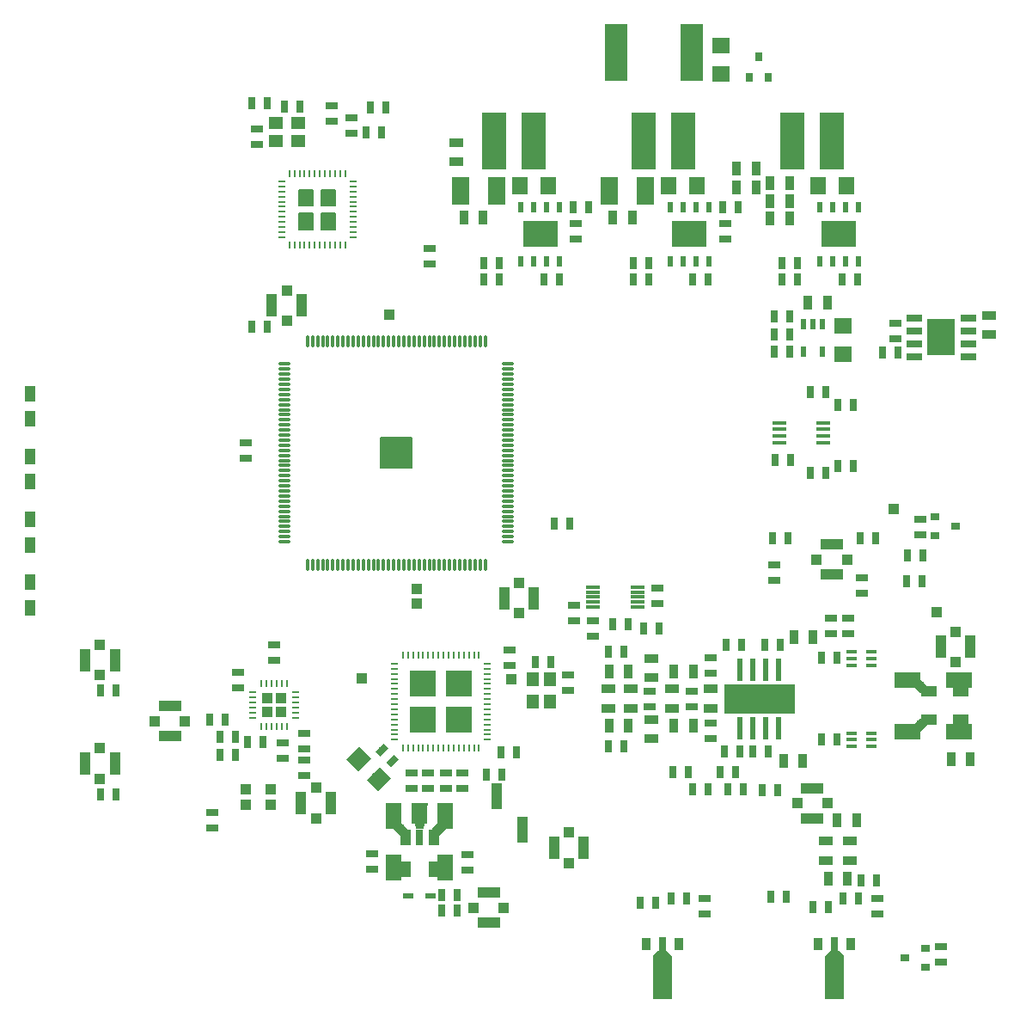
<source format=gbr>
G04 #@! TF.GenerationSoftware,KiCad,Pcbnew,5.0.2-bee76a0~70~ubuntu16.04.1*
G04 #@! TF.CreationDate,2019-02-23T19:03:37-08:00*
G04 #@! TF.ProjectId,hermeslite,6865726d-6573-46c6-9974-652e6b696361,2.0-build8*
G04 #@! TF.SameCoordinates,PX42c1d80PY2625a00*
G04 #@! TF.FileFunction,Paste,Top*
G04 #@! TF.FilePolarity,Positive*
%FSLAX46Y46*%
G04 Gerber Fmt 4.6, Leading zero omitted, Abs format (unit mm)*
G04 Created by KiCad (PCBNEW 5.0.2-bee76a0~70~ubuntu16.04.1) date Sat 23 Feb 2019 07:03:37 PM PST*
%MOMM*%
%LPD*%
G01*
G04 APERTURE LIST*
%ADD10C,0.150000*%
%ADD11R,0.250000X0.800000*%
%ADD12R,0.800000X0.250000*%
%ADD13R,1.900000X4.280000*%
%ADD14C,0.525000*%
%ADD15C,0.100000*%
%ADD16R,0.700000X1.400000*%
%ADD17R,0.900000X1.250000*%
%ADD18O,0.280000X1.200000*%
%ADD19O,1.200000X0.280000*%
%ADD20R,1.143000X0.635000*%
%ADD21R,1.000000X1.000000*%
%ADD22R,2.500000X2.500000*%
%ADD23R,0.600000X2.200000*%
%ADD24R,7.000000X2.940000*%
%ADD25R,0.510000X1.100000*%
%ADD26R,3.500000X2.600000*%
%ADD27R,0.635000X1.143000*%
%ADD28R,1.350000X0.400000*%
%ADD29R,1.397000X0.889000*%
%ADD30R,2.400000X5.700000*%
%ADD31R,1.600000X1.800000*%
%ADD32R,0.889000X1.397000*%
%ADD33R,2.300000X5.600000*%
%ADD34R,1.000000X0.400000*%
%ADD35R,1.200000X1.400000*%
%ADD36C,0.635000*%
%ADD37R,1.778000X2.794000*%
%ADD38R,1.500000X0.650000*%
%ADD39R,2.700000X3.600000*%
%ADD40R,0.800000X0.900000*%
%ADD41R,0.900000X0.800000*%
%ADD42R,1.800000X1.600000*%
%ADD43R,1.400000X0.300000*%
%ADD44R,0.600000X1.050000*%
%ADD45C,1.600000*%
%ADD46R,1.650000X2.540000*%
%ADD47C,1.191446*%
%ADD48R,1.015000X1.650000*%
%ADD49R,0.760000X1.650000*%
%ADD50C,1.000000*%
%ADD51R,1.650000X2.000000*%
%ADD52R,2.540000X1.650000*%
%ADD53R,1.650000X1.015000*%
%ADD54R,1.400000X1.200000*%
%ADD55R,1.000760X0.599440*%
%ADD56R,1.100000X1.600000*%
%ADD57R,1.050000X2.200000*%
%ADD58R,2.200000X1.050000*%
%ADD59R,1.000000X2.510000*%
%ADD60R,1.080000X1.040000*%
G04 APERTURE END LIST*
D10*
G04 #@! TO.C,U4*
G36*
X29716525Y-21715000D02*
X29716525Y-23315000D01*
X31116525Y-23315000D01*
X31116525Y-21715000D01*
X29716525Y-21715000D01*
G37*
X29716525Y-21715000D02*
X29716525Y-23315000D01*
X31116525Y-23315000D01*
X31116525Y-21715000D01*
X29716525Y-21715000D01*
G36*
X27516525Y-23315000D02*
X27516525Y-21715000D01*
X28916525Y-21715000D01*
X28916525Y-23315000D01*
X27516525Y-23315000D01*
G37*
X27516525Y-23315000D02*
X27516525Y-21715000D01*
X28916525Y-21715000D01*
X28916525Y-23315000D01*
X27516525Y-23315000D01*
G36*
X31116525Y-19415000D02*
X31116525Y-20915000D01*
X29716525Y-20915000D01*
X29716525Y-19415000D01*
X31116525Y-19415000D01*
G37*
X31116525Y-19415000D02*
X31116525Y-20915000D01*
X29716525Y-20915000D01*
X29716525Y-19415000D01*
X31116525Y-19415000D01*
G36*
X27516525Y-19415000D02*
X27516525Y-20915000D01*
X28916525Y-20915000D01*
X28916525Y-19415000D01*
X27516525Y-19415000D01*
G37*
X27516525Y-19415000D02*
X27516525Y-20915000D01*
X28916525Y-20915000D01*
X28916525Y-19415000D01*
X27516525Y-19415000D01*
G04 #@! TO.C,U2*
G36*
X35600000Y-46800000D02*
X35600000Y-43800000D01*
X38600000Y-43800000D01*
X38600000Y-46800000D01*
X35600000Y-46800000D01*
G37*
X35600000Y-46800000D02*
X35600000Y-43800000D01*
X38600000Y-43800000D01*
X38600000Y-46800000D01*
X35600000Y-46800000D01*
G04 #@! TD*
D11*
G04 #@! TO.C,U4*
X26566525Y-17815000D03*
X27066525Y-17815000D03*
X27566525Y-17815000D03*
X28066525Y-17815000D03*
X28566525Y-17815000D03*
X29066525Y-17815000D03*
X29566525Y-17815000D03*
X30066525Y-17815000D03*
X30566525Y-17815000D03*
X31066525Y-17815000D03*
X31566525Y-17815000D03*
X32066525Y-17815000D03*
D12*
X32816525Y-18565000D03*
X32816525Y-19065000D03*
X32816525Y-19565000D03*
X32816525Y-20065000D03*
X32816525Y-20565000D03*
X32816525Y-21065000D03*
X32816525Y-21565000D03*
X32816525Y-22065000D03*
X32816525Y-22565000D03*
X32816525Y-23065000D03*
X32816525Y-23565000D03*
X32816525Y-24065000D03*
D11*
X32066525Y-24815000D03*
X31566525Y-24815000D03*
X31066525Y-24815000D03*
X30566525Y-24815000D03*
X30066525Y-24815000D03*
X29566525Y-24815000D03*
X29066525Y-24815000D03*
X28566525Y-24815000D03*
X28066525Y-24815000D03*
X27566525Y-24815000D03*
X27066525Y-24815000D03*
X26566525Y-24815000D03*
D12*
X25816525Y-24065000D03*
X25816525Y-23565000D03*
X25816525Y-23065000D03*
X25816525Y-22565000D03*
X25816525Y-22065000D03*
X25816525Y-21565000D03*
X25816525Y-21065000D03*
X25816525Y-20565000D03*
X25816525Y-20065000D03*
X25816525Y-19565000D03*
X25816525Y-19065000D03*
X25816525Y-18565000D03*
G04 #@! TD*
D13*
G04 #@! TO.C,Q3*
X80300000Y-97000000D03*
D14*
X80300000Y-94600000D03*
D15*
G36*
X79350000Y-94862500D02*
X79875000Y-94337500D01*
X80725000Y-94337500D01*
X81250000Y-94862500D01*
X79350000Y-94862500D01*
X79350000Y-94862500D01*
G37*
D16*
X80300000Y-93700000D03*
D17*
X81900000Y-93700000D03*
X78700000Y-93700000D03*
G04 #@! TD*
D13*
G04 #@! TO.C,Q4*
X63300000Y-97000000D03*
D14*
X63300000Y-94600000D03*
D15*
G36*
X62350000Y-94862500D02*
X62875000Y-94337500D01*
X63725000Y-94337500D01*
X64250000Y-94862500D01*
X62350000Y-94862500D01*
X62350000Y-94862500D01*
G37*
D16*
X63300000Y-93700000D03*
D17*
X64900000Y-93700000D03*
X61700000Y-93700000D03*
G04 #@! TD*
D18*
G04 #@! TO.C,U2*
X45850000Y-56300000D03*
X45350000Y-56300000D03*
X44850000Y-56300000D03*
X44350000Y-56300000D03*
X43850000Y-56300000D03*
X43350000Y-56300000D03*
X42850000Y-56300000D03*
X42350000Y-56300000D03*
X41850000Y-56300000D03*
X41350000Y-56300000D03*
X40850000Y-56300000D03*
X40350000Y-56300000D03*
X39850000Y-56300000D03*
X39350000Y-56300000D03*
X38850000Y-56300000D03*
X38350000Y-56300000D03*
X37850000Y-56300000D03*
X37350000Y-56300000D03*
X36850000Y-56300000D03*
X36350000Y-56300000D03*
X35850000Y-56300000D03*
X35350000Y-56300000D03*
X34850000Y-56300000D03*
X34350000Y-56300000D03*
X33850000Y-56300000D03*
X33350000Y-56300000D03*
X32850000Y-56300000D03*
X32350000Y-56300000D03*
X31850000Y-56300000D03*
X31350000Y-56300000D03*
X30850000Y-56300000D03*
X30350000Y-56300000D03*
X29850000Y-56300000D03*
X29350000Y-56300000D03*
X28850000Y-56300000D03*
X28350000Y-56300000D03*
D19*
X26100000Y-54050000D03*
X26100000Y-53550000D03*
X26100000Y-53050000D03*
X26100000Y-52550000D03*
X26100000Y-52050000D03*
X26100000Y-51550000D03*
X26100000Y-51050000D03*
X26100000Y-50550000D03*
X26100000Y-50050000D03*
X26100000Y-49550000D03*
X26100000Y-49050000D03*
X26100000Y-48550000D03*
X26100000Y-48050000D03*
X26100000Y-47550000D03*
X26100000Y-47050000D03*
X26100000Y-46550000D03*
X26100000Y-46050000D03*
X26100000Y-45550000D03*
X26100000Y-45050000D03*
X26100000Y-44550000D03*
X26100000Y-44050000D03*
X26100000Y-43550000D03*
X26100000Y-43050000D03*
X26100000Y-42550000D03*
X26100000Y-42050000D03*
X26100000Y-41550000D03*
X26100000Y-41050000D03*
X26100000Y-40550000D03*
X26100000Y-40050000D03*
X26100000Y-39550000D03*
X26100000Y-39050000D03*
X26100000Y-38550000D03*
X26100000Y-38050000D03*
X26100000Y-37550000D03*
X26100000Y-37050000D03*
X26100000Y-36550000D03*
D18*
X28350000Y-34300000D03*
X28850000Y-34300000D03*
X29350000Y-34300000D03*
X29850000Y-34300000D03*
X30350000Y-34300000D03*
X30850000Y-34300000D03*
X31350000Y-34300000D03*
X31850000Y-34300000D03*
X32350000Y-34300000D03*
X32850000Y-34300000D03*
X33350000Y-34300000D03*
X33850000Y-34300000D03*
X34350000Y-34300000D03*
X34850000Y-34300000D03*
X35350000Y-34300000D03*
X35850000Y-34300000D03*
X36350000Y-34300000D03*
X36850000Y-34300000D03*
X37350000Y-34300000D03*
X37850000Y-34300000D03*
X38350000Y-34300000D03*
X38850000Y-34300000D03*
X39350000Y-34300000D03*
X39850000Y-34300000D03*
X40350000Y-34300000D03*
X40850000Y-34300000D03*
X41350000Y-34300000D03*
X41850000Y-34300000D03*
X42350000Y-34300000D03*
X42850000Y-34300000D03*
X43350000Y-34300000D03*
X43850000Y-34300000D03*
X44350000Y-34300000D03*
X44850000Y-34300000D03*
X45350000Y-34300000D03*
X45850000Y-34300000D03*
D19*
X48100000Y-36550000D03*
X48100000Y-37050000D03*
X48100000Y-37550000D03*
X48100000Y-38050000D03*
X48100000Y-38550000D03*
X48100000Y-39050000D03*
X48100000Y-39550000D03*
X48100000Y-40050000D03*
X48100000Y-40550000D03*
X48100000Y-41050000D03*
X48100000Y-41550000D03*
X48100000Y-42050000D03*
X48100000Y-42550000D03*
X48100000Y-43050000D03*
X48100000Y-43550000D03*
X48100000Y-44050000D03*
X48100000Y-44550000D03*
X48100000Y-45050000D03*
X48100000Y-45550000D03*
X48100000Y-46050000D03*
X48100000Y-46550000D03*
X48100000Y-47050000D03*
X48100000Y-47550000D03*
X48100000Y-48050000D03*
X48100000Y-48550000D03*
X48100000Y-49050000D03*
X48100000Y-49550000D03*
X48100000Y-50050000D03*
X48100000Y-50550000D03*
X48100000Y-51050000D03*
X48100000Y-51550000D03*
X48100000Y-52050000D03*
X48100000Y-52550000D03*
X48100000Y-53050000D03*
X48100000Y-53550000D03*
X48100000Y-54050000D03*
G04 #@! TD*
D20*
G04 #@! TO.C,R45*
X25100000Y-64238000D03*
X25100000Y-65762000D03*
G04 #@! TD*
D21*
G04 #@! TO.C,U6*
X25755000Y-69420715D03*
X25755000Y-70820715D03*
X24355000Y-69420715D03*
D11*
X23805000Y-72220715D03*
X24305000Y-72220715D03*
X24805000Y-72220715D03*
X25305000Y-72220715D03*
X25805000Y-72220715D03*
X26305000Y-72220715D03*
D12*
X27155000Y-71370715D03*
X27155000Y-70870715D03*
X27155000Y-70370715D03*
X27155000Y-69870715D03*
X27155000Y-69370715D03*
X27155000Y-68870715D03*
D11*
X26305000Y-68020715D03*
X25805000Y-68020715D03*
X25305000Y-68020715D03*
X24805000Y-68020715D03*
X24305000Y-68020715D03*
X23805000Y-68020715D03*
D12*
X22955000Y-68870715D03*
X22955000Y-69370715D03*
X22955000Y-69870715D03*
X22955000Y-70370715D03*
X22955000Y-70870715D03*
X22955000Y-71370715D03*
D21*
X24355000Y-70820715D03*
G04 #@! TD*
D22*
G04 #@! TO.C,U7*
X43250000Y-71550000D03*
X39750000Y-71550000D03*
X39750000Y-68050000D03*
D11*
X45250000Y-65200000D03*
X44750000Y-65200000D03*
X44250000Y-65200000D03*
X43750000Y-65200000D03*
X43250000Y-65200000D03*
X42750000Y-65200000D03*
X42250000Y-65200000D03*
X41750000Y-65200000D03*
X41250000Y-65200000D03*
X40750000Y-65200000D03*
X40250000Y-65200000D03*
X39750000Y-65200000D03*
X39250000Y-65200000D03*
X38750000Y-65200000D03*
X38250000Y-65200000D03*
X37750000Y-65200000D03*
D12*
X36900000Y-66050000D03*
X36900000Y-66550000D03*
X36900000Y-67050000D03*
X36900000Y-67550000D03*
X36900000Y-68050000D03*
X36900000Y-68550000D03*
X36900000Y-69050000D03*
X36900000Y-69550000D03*
X36900000Y-70050000D03*
X36900000Y-70550000D03*
X36900000Y-71050000D03*
X36900000Y-71550000D03*
X36900000Y-72050000D03*
X36900000Y-72550000D03*
X36900000Y-73050000D03*
X36900000Y-73550000D03*
D11*
X37750000Y-74400000D03*
X38250000Y-74400000D03*
X38750000Y-74400000D03*
X39250000Y-74400000D03*
X39750000Y-74400000D03*
X40250000Y-74400000D03*
X40750000Y-74400000D03*
X41250000Y-74400000D03*
X41750000Y-74400000D03*
X42250000Y-74400000D03*
X42750000Y-74400000D03*
X43250000Y-74400000D03*
X43750000Y-74400000D03*
X44250000Y-74400000D03*
X44750000Y-74400000D03*
X45250000Y-74400000D03*
D12*
X46100000Y-73550000D03*
X46100000Y-73050000D03*
X46100000Y-72550000D03*
X46100000Y-72050000D03*
X46100000Y-71550000D03*
X46100000Y-71050000D03*
X46100000Y-70550000D03*
X46100000Y-70050000D03*
X46100000Y-69550000D03*
X46100000Y-69050000D03*
X46100000Y-68550000D03*
X46100000Y-68050000D03*
X46100000Y-67550000D03*
X46100000Y-67050000D03*
X46100000Y-66550000D03*
X46100000Y-66050000D03*
D22*
X43250000Y-68050000D03*
G04 #@! TD*
D23*
G04 #@! TO.C,U9*
X74800000Y-66700000D03*
X73530000Y-66700000D03*
X72260000Y-66700000D03*
X70990000Y-66700000D03*
X70990000Y-72450000D03*
X72260000Y-72450000D03*
X73530000Y-72450000D03*
X74800000Y-72450000D03*
D24*
X72895000Y-69575000D03*
G04 #@! TD*
D25*
G04 #@! TO.C,U16*
X49395000Y-21100000D03*
X49395000Y-26400000D03*
X50665000Y-21100000D03*
X50665000Y-26400000D03*
X51935000Y-21100000D03*
X51935000Y-26400000D03*
X53205000Y-21100000D03*
X53205000Y-26400000D03*
D26*
X51300000Y-23750000D03*
G04 #@! TD*
D25*
G04 #@! TO.C,U3*
X64095000Y-21100000D03*
X64095000Y-26400000D03*
X65365000Y-21100000D03*
X65365000Y-26400000D03*
X66635000Y-21100000D03*
X66635000Y-26400000D03*
X67905000Y-21100000D03*
X67905000Y-26400000D03*
D26*
X66000000Y-23750000D03*
G04 #@! TD*
D25*
G04 #@! TO.C,U8*
X78795000Y-21100000D03*
X78795000Y-26400000D03*
X80065000Y-21100000D03*
X80065000Y-26400000D03*
X81335000Y-21100000D03*
X81335000Y-26400000D03*
X82605000Y-21100000D03*
X82605000Y-26400000D03*
D26*
X80700000Y-23750000D03*
G04 #@! TD*
D20*
G04 #@! TO.C,C80*
X74300000Y-56338000D03*
X74300000Y-57862000D03*
G04 #@! TD*
G04 #@! TO.C,C79*
X83000000Y-57638000D03*
X83000000Y-59162000D03*
G04 #@! TD*
D27*
G04 #@! TO.C,C47*
X87338000Y-57900000D03*
X88862000Y-57900000D03*
G04 #@! TD*
G04 #@! TO.C,C83*
X79462000Y-47300000D03*
X77938000Y-47300000D03*
G04 #@! TD*
G04 #@! TO.C,C82*
X79462000Y-39300000D03*
X77938000Y-39300000D03*
G04 #@! TD*
D28*
G04 #@! TO.C,U13*
X74850000Y-44275000D03*
X79150000Y-44275000D03*
X74850000Y-43625000D03*
X79150000Y-43625000D03*
X74850000Y-42975000D03*
X79150000Y-42975000D03*
X74850000Y-42325000D03*
X79150000Y-42325000D03*
G04 #@! TD*
D27*
G04 #@! TO.C,B94*
X74438000Y-46000000D03*
X75962000Y-46000000D03*
G04 #@! TD*
D20*
G04 #@! TO.C,B108*
X62800000Y-58638000D03*
X62800000Y-60162000D03*
G04 #@! TD*
G04 #@! TO.C,FB14*
X79900000Y-63062000D03*
X79900000Y-61538000D03*
G04 #@! TD*
G04 #@! TO.C,B66*
X81600000Y-61538000D03*
X81600000Y-63062000D03*
G04 #@! TD*
G04 #@! TO.C,R125*
X88700000Y-53362000D03*
X88700000Y-51838000D03*
G04 #@! TD*
D27*
G04 #@! TO.C,R102*
X85038000Y-35400000D03*
X86562000Y-35400000D03*
G04 #@! TD*
D20*
G04 #@! TO.C,R91*
X86300000Y-32538000D03*
X86300000Y-34062000D03*
G04 #@! TD*
D29*
G04 #@! TO.C,C46*
X95500000Y-31747500D03*
X95500000Y-33652500D03*
G04 #@! TD*
D27*
G04 #@! TO.C,FB15*
X74338000Y-31900000D03*
X75862000Y-31900000D03*
G04 #@! TD*
G04 #@! TO.C,R46*
X81038000Y-28200000D03*
X82562000Y-28200000D03*
G04 #@! TD*
G04 #@! TO.C,R19*
X75138000Y-26600000D03*
X76662000Y-26600000D03*
G04 #@! TD*
D30*
G04 #@! TO.C,L3*
X80050000Y-14600000D03*
X76150000Y-14600000D03*
G04 #@! TD*
D31*
G04 #@! TO.C,C33*
X81450000Y-19000000D03*
X78650000Y-19000000D03*
G04 #@! TD*
D32*
G04 #@! TO.C,C32*
X72552500Y-19200000D03*
X70647500Y-19200000D03*
G04 #@! TD*
G04 #@! TO.C,C31*
X72552500Y-17300000D03*
X70647500Y-17300000D03*
G04 #@! TD*
G04 #@! TO.C,C30*
X73947500Y-22200000D03*
X75852500Y-22200000D03*
G04 #@! TD*
G04 #@! TO.C,C29*
X73947500Y-20500000D03*
X75852500Y-20500000D03*
G04 #@! TD*
G04 #@! TO.C,C28*
X73947500Y-18700000D03*
X75852500Y-18700000D03*
G04 #@! TD*
D27*
G04 #@! TO.C,C27*
X75138000Y-28200000D03*
X76662000Y-28200000D03*
G04 #@! TD*
D33*
G04 #@! TO.C,F1*
X58800000Y-5900000D03*
X66200000Y-5900000D03*
G04 #@! TD*
D32*
G04 #@! TO.C,C81*
X91747500Y-75500000D03*
X93652500Y-75500000D03*
G04 #@! TD*
D34*
G04 #@! TO.C,U11*
X83900000Y-74200000D03*
X83900000Y-73550000D03*
X83900000Y-72900000D03*
X81950000Y-72900000D03*
X81950000Y-73550000D03*
X81950000Y-74200000D03*
G04 #@! TD*
G04 #@! TO.C,U10*
X83900000Y-66200000D03*
X83900000Y-65550000D03*
X83900000Y-64900000D03*
X81950000Y-64900000D03*
X81950000Y-65550000D03*
X81950000Y-66200000D03*
G04 #@! TD*
D32*
G04 #@! TO.C,R62*
X77152500Y-75600000D03*
X75247500Y-75600000D03*
G04 #@! TD*
G04 #@! TO.C,R52*
X78152500Y-63400000D03*
X76247500Y-63400000D03*
G04 #@! TD*
D27*
G04 #@! TO.C,B77*
X80562000Y-73500000D03*
X79038000Y-73500000D03*
G04 #@! TD*
G04 #@! TO.C,B70*
X80562000Y-65500000D03*
X79038000Y-65500000D03*
G04 #@! TD*
G04 #@! TO.C,B100*
X64338000Y-76700000D03*
X65862000Y-76700000D03*
G04 #@! TD*
G04 #@! TO.C,B99*
X84412000Y-87400000D03*
X82888000Y-87400000D03*
G04 #@! TD*
G04 #@! TO.C,B97*
X78138000Y-90000000D03*
X79662000Y-90000000D03*
G04 #@! TD*
D29*
G04 #@! TO.C,R100*
X79400000Y-85452500D03*
X79400000Y-83547500D03*
G04 #@! TD*
D32*
G04 #@! TO.C,R98*
X79647500Y-87200000D03*
X81552500Y-87200000D03*
G04 #@! TD*
G04 #@! TO.C,R97*
X80547500Y-81500000D03*
X82452500Y-81500000D03*
G04 #@! TD*
D29*
G04 #@! TO.C,R94*
X81800000Y-85452500D03*
X81800000Y-83547500D03*
G04 #@! TD*
D27*
G04 #@! TO.C,B106*
X74038000Y-89000000D03*
X75562000Y-89000000D03*
G04 #@! TD*
G04 #@! TO.C,B105*
X61138000Y-89600000D03*
X62662000Y-89600000D03*
G04 #@! TD*
G04 #@! TO.C,B103*
X71262000Y-78400000D03*
X69738000Y-78400000D03*
G04 #@! TD*
G04 #@! TO.C,B102*
X66338000Y-78400000D03*
X67862000Y-78400000D03*
G04 #@! TD*
G04 #@! TO.C,B101*
X70562000Y-76700000D03*
X69038000Y-76700000D03*
G04 #@! TD*
G04 #@! TO.C,R63*
X70962000Y-74700000D03*
X69438000Y-74700000D03*
G04 #@! TD*
G04 #@! TO.C,R59*
X73762000Y-74700000D03*
X72238000Y-74700000D03*
G04 #@! TD*
G04 #@! TO.C,R56*
X74962000Y-64200000D03*
X73438000Y-64200000D03*
G04 #@! TD*
G04 #@! TO.C,R51*
X71162000Y-64200000D03*
X69638000Y-64200000D03*
G04 #@! TD*
G04 #@! TO.C,R64*
X59562000Y-74200000D03*
X58038000Y-74200000D03*
G04 #@! TD*
D20*
G04 #@! TO.C,R58*
X66200000Y-70262000D03*
X66200000Y-68738000D03*
G04 #@! TD*
G04 #@! TO.C,R57*
X62100000Y-70262000D03*
X62100000Y-68738000D03*
G04 #@! TD*
D27*
G04 #@! TO.C,R50*
X58038000Y-64900000D03*
X59562000Y-64900000D03*
G04 #@! TD*
D32*
G04 #@! TO.C,L9*
X66352500Y-72200000D03*
X64447500Y-72200000D03*
G04 #@! TD*
D29*
G04 #@! TO.C,L8*
X62200000Y-73452500D03*
X62200000Y-71547500D03*
G04 #@! TD*
D32*
G04 #@! TO.C,L7*
X59952500Y-72200000D03*
X58047500Y-72200000D03*
G04 #@! TD*
G04 #@! TO.C,L6*
X64447500Y-66800000D03*
X66352500Y-66800000D03*
G04 #@! TD*
D29*
G04 #@! TO.C,L5*
X62200000Y-67452500D03*
X62200000Y-65547500D03*
G04 #@! TD*
D32*
G04 #@! TO.C,L4*
X58047500Y-66800000D03*
X59952500Y-66800000D03*
G04 #@! TD*
D29*
G04 #@! TO.C,C52*
X68100000Y-68547500D03*
X68100000Y-70452500D03*
G04 #@! TD*
G04 #@! TO.C,C51*
X64300000Y-68547500D03*
X64300000Y-70452500D03*
G04 #@! TD*
G04 #@! TO.C,C50*
X60200000Y-68547500D03*
X60200000Y-70452500D03*
G04 #@! TD*
G04 #@! TO.C,C49*
X58000000Y-68547500D03*
X58000000Y-70452500D03*
G04 #@! TD*
D20*
G04 #@! TO.C,B78*
X68100000Y-73462000D03*
X68100000Y-71938000D03*
G04 #@! TD*
G04 #@! TO.C,B68*
X68100000Y-65438000D03*
X68100000Y-66962000D03*
G04 #@! TD*
D31*
G04 #@! TO.C,C23*
X52050000Y-19000000D03*
X49250000Y-19000000D03*
G04 #@! TD*
G04 #@! TO.C,C17*
X66750000Y-19000000D03*
X63950000Y-19000000D03*
G04 #@! TD*
D20*
G04 #@! TO.C,R17*
X22300000Y-44338000D03*
X22300000Y-45862000D03*
G04 #@! TD*
D27*
G04 #@! TO.C,J16*
X43062000Y-90400000D03*
X41538000Y-90400000D03*
G04 #@! TD*
D20*
G04 #@! TO.C,J12*
X44100000Y-86362000D03*
X44100000Y-84838000D03*
G04 #@! TD*
G04 #@! TO.C,B84*
X38600000Y-78362000D03*
X38600000Y-76838000D03*
G04 #@! TD*
G04 #@! TO.C,B83*
X40200000Y-78362000D03*
X40200000Y-76838000D03*
G04 #@! TD*
D35*
G04 #@! TO.C,X3*
X52250000Y-69800000D03*
X52250000Y-67600000D03*
X50550000Y-67600000D03*
X50550000Y-69800000D03*
G04 #@! TD*
D20*
G04 #@! TO.C,C59*
X54000000Y-68662000D03*
X54000000Y-67138000D03*
G04 #@! TD*
D27*
G04 #@! TO.C,C58*
X50838000Y-65900000D03*
X52362000Y-65900000D03*
G04 #@! TD*
G04 #@! TO.C,J8*
X47462000Y-77000000D03*
X45938000Y-77000000D03*
G04 #@! TD*
G04 #@! TO.C,J7*
X48962000Y-74800000D03*
X47438000Y-74800000D03*
G04 #@! TD*
D21*
G04 #@! TO.C,TP6*
X48400000Y-67600000D03*
G04 #@! TD*
G04 #@! TO.C,TP5*
X33700000Y-67500000D03*
G04 #@! TD*
D20*
G04 #@! TO.C,R69*
X42000000Y-78362000D03*
X42000000Y-76838000D03*
G04 #@! TD*
G04 #@! TO.C,J10*
X48300000Y-64738000D03*
X48300000Y-66262000D03*
G04 #@! TD*
G04 #@! TO.C,B85*
X43600000Y-76838000D03*
X43600000Y-78362000D03*
G04 #@! TD*
D36*
G04 #@! TO.C,B73*
X36738815Y-75638815D03*
D15*
G36*
X37367433Y-75459210D02*
X36559210Y-76267433D01*
X36110197Y-75818420D01*
X36918420Y-75010197D01*
X37367433Y-75459210D01*
X37367433Y-75459210D01*
G37*
D36*
X35661185Y-74561185D03*
D15*
G36*
X36289803Y-74381580D02*
X35481580Y-75189803D01*
X35032567Y-74740790D01*
X35840790Y-73932567D01*
X36289803Y-74381580D01*
X36289803Y-74381580D01*
G37*
G04 #@! TD*
D27*
G04 #@! TO.C,R16*
X54538000Y-21100000D03*
X56062000Y-21100000D03*
G04 #@! TD*
G04 #@! TO.C,R15*
X51638000Y-28200000D03*
X53162000Y-28200000D03*
G04 #@! TD*
G04 #@! TO.C,R14*
X45738000Y-26600000D03*
X47262000Y-26600000D03*
G04 #@! TD*
D30*
G04 #@! TO.C,L2*
X50650000Y-14600000D03*
X46750000Y-14600000D03*
G04 #@! TD*
D20*
G04 #@! TO.C,J11*
X54800000Y-24262000D03*
X54800000Y-22738000D03*
G04 #@! TD*
D37*
G04 #@! TO.C,C22*
X43422000Y-19500000D03*
X46978000Y-19500000D03*
G04 #@! TD*
D32*
G04 #@! TO.C,C21*
X43747500Y-22100000D03*
X45652500Y-22100000D03*
G04 #@! TD*
D29*
G04 #@! TO.C,C20*
X43000000Y-16652500D03*
X43000000Y-14747500D03*
G04 #@! TD*
D27*
G04 #@! TO.C,C19*
X45738000Y-28200000D03*
X47262000Y-28200000D03*
G04 #@! TD*
D30*
G04 #@! TO.C,L1*
X65350000Y-14600000D03*
X61450000Y-14600000D03*
G04 #@! TD*
D27*
G04 #@! TO.C,R13*
X69238000Y-21100000D03*
X70762000Y-21100000D03*
G04 #@! TD*
G04 #@! TO.C,R12*
X66338000Y-28200000D03*
X67862000Y-28200000D03*
G04 #@! TD*
G04 #@! TO.C,R11*
X60438000Y-26600000D03*
X61962000Y-26600000D03*
G04 #@! TD*
D20*
G04 #@! TO.C,J2*
X69500000Y-24262000D03*
X69500000Y-22738000D03*
G04 #@! TD*
D37*
G04 #@! TO.C,C16*
X58122000Y-19500000D03*
X61678000Y-19500000D03*
G04 #@! TD*
D32*
G04 #@! TO.C,C14*
X58447500Y-22100000D03*
X60352500Y-22100000D03*
G04 #@! TD*
D27*
G04 #@! TO.C,C13*
X60438000Y-28200000D03*
X61962000Y-28200000D03*
G04 #@! TD*
D20*
G04 #@! TO.C,R42*
X21500000Y-66938000D03*
X21500000Y-68462000D03*
G04 #@! TD*
D27*
G04 #@! TO.C,R41*
X18738000Y-71600000D03*
X20262000Y-71600000D03*
G04 #@! TD*
G04 #@! TO.C,R40*
X22438000Y-73800000D03*
X23962000Y-73800000D03*
G04 #@! TD*
G04 #@! TO.C,R39*
X21262000Y-73300000D03*
X19738000Y-73300000D03*
G04 #@! TD*
D20*
G04 #@! TO.C,R38*
X19000000Y-80738000D03*
X19000000Y-82262000D03*
G04 #@! TD*
D27*
G04 #@! TO.C,J4*
X19738000Y-75000000D03*
X21262000Y-75000000D03*
G04 #@! TD*
D20*
G04 #@! TO.C,C42*
X28000000Y-75538000D03*
X28000000Y-77062000D03*
G04 #@! TD*
G04 #@! TO.C,B57*
X25900000Y-75362000D03*
X25900000Y-73838000D03*
G04 #@! TD*
G04 #@! TO.C,B63*
X28000000Y-72938000D03*
X28000000Y-74462000D03*
G04 #@! TD*
D27*
G04 #@! TO.C,B1*
X52638000Y-52300000D03*
X54162000Y-52300000D03*
G04 #@! TD*
G04 #@! TO.C,FB11*
X35662000Y-13700000D03*
X34138000Y-13700000D03*
G04 #@! TD*
G04 #@! TO.C,FB9*
X36062000Y-11300000D03*
X34538000Y-11300000D03*
G04 #@! TD*
D20*
G04 #@! TO.C,C40*
X32700000Y-13862000D03*
X32700000Y-12338000D03*
G04 #@! TD*
G04 #@! TO.C,C38*
X30700000Y-11138000D03*
X30700000Y-12662000D03*
G04 #@! TD*
D27*
G04 #@! TO.C,C37*
X27562000Y-11200000D03*
X26038000Y-11200000D03*
G04 #@! TD*
D20*
G04 #@! TO.C,C36*
X23400000Y-14962000D03*
X23400000Y-13438000D03*
G04 #@! TD*
D38*
G04 #@! TO.C,U12*
X88100000Y-31995000D03*
X88100000Y-33265000D03*
X88100000Y-34535000D03*
X88100000Y-35805000D03*
X93500000Y-35805000D03*
X93500000Y-34535000D03*
X93500000Y-33265000D03*
X93500000Y-31995000D03*
D39*
X90800000Y-33900000D03*
G04 #@! TD*
D21*
G04 #@! TO.C,TP2*
X36400000Y-31700000D03*
G04 #@! TD*
D40*
G04 #@! TO.C,Q1*
X71850000Y-8300000D03*
X72800000Y-6300000D03*
X73750000Y-8300000D03*
G04 #@! TD*
D41*
G04 #@! TO.C,Q5*
X90200000Y-51550000D03*
X92200000Y-52500000D03*
X90200000Y-53450000D03*
G04 #@! TD*
D20*
G04 #@! TO.C,B118*
X90800000Y-95462000D03*
X90800000Y-93938000D03*
G04 #@! TD*
D41*
G04 #@! TO.C,Q6*
X89200000Y-95950000D03*
X87200000Y-95000000D03*
X89200000Y-94050000D03*
G04 #@! TD*
D42*
G04 #@! TO.C,C86*
X69100000Y-5200000D03*
X69100000Y-8000000D03*
G04 #@! TD*
D27*
G04 #@! TO.C,R124*
X74338000Y-33600000D03*
X75862000Y-33600000D03*
G04 #@! TD*
D21*
G04 #@! TO.C,TP7*
X39100000Y-58700000D03*
G04 #@! TD*
G04 #@! TO.C,TP8*
X39100000Y-60100000D03*
G04 #@! TD*
D43*
G04 #@! TO.C,U15*
X60900000Y-58500000D03*
X56500000Y-58500000D03*
X60900000Y-59000000D03*
X56500000Y-59000000D03*
X60900000Y-59500000D03*
X56500000Y-59500000D03*
X60900000Y-60000000D03*
X56500000Y-60000000D03*
X60900000Y-60500000D03*
X56500000Y-60500000D03*
G04 #@! TD*
D20*
G04 #@! TO.C,R128*
X54600000Y-60338000D03*
X54600000Y-61862000D03*
G04 #@! TD*
D27*
G04 #@! TO.C,R129*
X62962000Y-62600000D03*
X61438000Y-62600000D03*
G04 #@! TD*
G04 #@! TO.C,B109*
X75862000Y-35300000D03*
X74338000Y-35300000D03*
G04 #@! TD*
D32*
G04 #@! TO.C,C89*
X79552500Y-30500000D03*
X77647500Y-30500000D03*
G04 #@! TD*
D44*
G04 #@! TO.C,U19*
X79100000Y-32600000D03*
X78150000Y-32600000D03*
X77200000Y-32600000D03*
X77200000Y-35300000D03*
X79100000Y-35300000D03*
G04 #@! TD*
D21*
G04 #@! TO.C,TP1*
X90300000Y-61000000D03*
G04 #@! TD*
G04 #@! TO.C,TP4*
X86100000Y-50800000D03*
G04 #@! TD*
D27*
G04 #@! TO.C,R134*
X22838000Y-10900000D03*
X24362000Y-10900000D03*
G04 #@! TD*
D45*
G04 #@! TO.C,C48*
X35389949Y-77389949D03*
D15*
G36*
X36592031Y-77319238D02*
X35319238Y-78592031D01*
X34187867Y-77460660D01*
X35460660Y-76187867D01*
X36592031Y-77319238D01*
X36592031Y-77319238D01*
G37*
D45*
X33410051Y-75410051D03*
D15*
G36*
X34612133Y-75339340D02*
X33339340Y-76612133D01*
X32207969Y-75480762D01*
X33480762Y-74207969D01*
X34612133Y-75339340D01*
X34612133Y-75339340D01*
G37*
G04 #@! TD*
D20*
G04 #@! TO.C,L33*
X84500000Y-89138000D03*
X84500000Y-90662000D03*
G04 #@! TD*
G04 #@! TO.C,L34*
X67500000Y-89138000D03*
X67500000Y-90662000D03*
G04 #@! TD*
D27*
G04 #@! TO.C,R92*
X81138000Y-89200000D03*
X82662000Y-89200000D03*
G04 #@! TD*
G04 #@! TO.C,R99*
X64138000Y-89200000D03*
X65662000Y-89200000D03*
G04 #@! TD*
G04 #@! TO.C,R66*
X59962000Y-62200000D03*
X58438000Y-62200000D03*
G04 #@! TD*
D20*
G04 #@! TO.C,R47*
X56500000Y-61838000D03*
X56500000Y-63362000D03*
G04 #@! TD*
D46*
G04 #@! TO.C,T2*
X36860000Y-86140000D03*
X41940000Y-86140000D03*
X36860000Y-81060000D03*
D47*
X39400000Y-81060000D03*
D15*
G36*
X39020000Y-82330000D02*
X38570000Y-79790000D01*
X40230000Y-79790000D01*
X39780000Y-82330000D01*
X39020000Y-82330000D01*
X39020000Y-82330000D01*
G37*
D46*
X41940000Y-81060000D03*
D48*
X38002500Y-86330000D03*
X40797500Y-86330000D03*
X38002500Y-83150000D03*
D49*
X39400000Y-83150000D03*
D48*
X40797500Y-83150000D03*
D50*
X37495000Y-82330000D03*
D15*
G36*
X37495000Y-83037107D02*
X36787893Y-82330000D01*
X37495000Y-81622893D01*
X38202107Y-82330000D01*
X37495000Y-83037107D01*
X37495000Y-83037107D01*
G37*
D50*
X41305000Y-82330000D03*
D15*
G36*
X41305000Y-83037107D02*
X40597893Y-82330000D01*
X41305000Y-81622893D01*
X42012107Y-82330000D01*
X41305000Y-83037107D01*
X41305000Y-83037107D01*
G37*
D51*
X39400000Y-80790000D03*
G04 #@! TD*
D52*
G04 #@! TO.C,T1*
X92540000Y-72740000D03*
X92540000Y-67660000D03*
X87460000Y-72740000D03*
X87460000Y-67660000D03*
D53*
X92730000Y-71597500D03*
X92730000Y-68802500D03*
X89550000Y-71597500D03*
X89550000Y-68802500D03*
D50*
X88730000Y-72105000D03*
D15*
G36*
X89437107Y-72105000D02*
X88730000Y-72812107D01*
X88022893Y-72105000D01*
X88730000Y-71397893D01*
X89437107Y-72105000D01*
X89437107Y-72105000D01*
G37*
D50*
X88730000Y-68295000D03*
D15*
G36*
X89437107Y-68295000D02*
X88730000Y-69002107D01*
X88022893Y-68295000D01*
X88730000Y-67587893D01*
X89437107Y-68295000D01*
X89437107Y-68295000D01*
G37*
G04 #@! TD*
D54*
G04 #@! TO.C,X1*
X27400000Y-12850000D03*
X25200000Y-12850000D03*
X25200000Y-14550000D03*
X27400000Y-14550000D03*
G04 #@! TD*
D55*
G04 #@! TO.C,D1*
X40499820Y-88900000D03*
X38300180Y-88900000D03*
G04 #@! TD*
D42*
G04 #@! TO.C,C88*
X81100000Y-35600000D03*
X81100000Y-32800000D03*
G04 #@! TD*
D56*
G04 #@! TO.C,D2*
X1000000Y-39450000D03*
X1000000Y-41950000D03*
G04 #@! TD*
G04 #@! TO.C,D3*
X1000000Y-45650000D03*
X1000000Y-48150000D03*
G04 #@! TD*
G04 #@! TO.C,D4*
X1000000Y-51850000D03*
X1000000Y-54350000D03*
G04 #@! TD*
G04 #@! TO.C,D5*
X1000000Y-58050000D03*
X1000000Y-60550000D03*
G04 #@! TD*
D21*
G04 #@! TO.C,CL3*
X29200000Y-78300000D03*
D57*
X27725000Y-79800000D03*
X30675000Y-79800000D03*
D21*
X29200000Y-81300000D03*
G04 #@! TD*
G04 #@! TO.C,CL5*
X7900000Y-77400000D03*
D57*
X9375000Y-75900000D03*
X6425000Y-75900000D03*
D21*
X7900000Y-74400000D03*
G04 #@! TD*
G04 #@! TO.C,CL6*
X16300000Y-71700000D03*
D58*
X14800000Y-70225000D03*
X14800000Y-73175000D03*
D21*
X13300000Y-71700000D03*
G04 #@! TD*
G04 #@! TO.C,CL7*
X7900000Y-67200000D03*
D57*
X9375000Y-65700000D03*
X6425000Y-65700000D03*
D21*
X7900000Y-64200000D03*
G04 #@! TD*
G04 #@! TO.C,CL8*
X26300000Y-32300000D03*
D57*
X27775000Y-30800000D03*
X24825000Y-30800000D03*
D21*
X26300000Y-29300000D03*
G04 #@! TD*
D27*
G04 #@! TO.C,J5*
X7938000Y-78900000D03*
X9462000Y-78900000D03*
G04 #@! TD*
G04 #@! TO.C,J13*
X9462000Y-68700000D03*
X7938000Y-68700000D03*
G04 #@! TD*
D21*
G04 #@! TO.C,CL10*
X78500000Y-55800000D03*
D58*
X80000000Y-57275000D03*
X80000000Y-54325000D03*
D21*
X81500000Y-55800000D03*
G04 #@! TD*
G04 #@! TO.C,CL4*
X49200000Y-61100000D03*
D57*
X50675000Y-59600000D03*
X47725000Y-59600000D03*
D21*
X49200000Y-58100000D03*
G04 #@! TD*
G04 #@! TO.C,RF4*
X44700000Y-90100000D03*
D58*
X46200000Y-91575000D03*
X46200000Y-88625000D03*
D21*
X47700000Y-90100000D03*
G04 #@! TD*
G04 #@! TO.C,RF5*
X54100000Y-85700000D03*
D57*
X55575000Y-84200000D03*
X52625000Y-84200000D03*
D21*
X54100000Y-82700000D03*
G04 #@! TD*
G04 #@! TO.C,RF6*
X92200000Y-65900000D03*
D57*
X93675000Y-64400000D03*
X90725000Y-64400000D03*
D21*
X92200000Y-62900000D03*
G04 #@! TD*
D27*
G04 #@! TO.C,B55*
X73138000Y-78500000D03*
X74662000Y-78500000D03*
G04 #@! TD*
D21*
G04 #@! TO.C,RF7*
X76600000Y-79800000D03*
D58*
X78100000Y-81275000D03*
X78100000Y-78325000D03*
D21*
X79600000Y-79800000D03*
G04 #@! TD*
D20*
G04 #@! TO.C,J17*
X34700000Y-84738000D03*
X34700000Y-86262000D03*
G04 #@! TD*
G04 #@! TO.C,J18*
X40400000Y-25138000D03*
X40400000Y-26662000D03*
G04 #@! TD*
D27*
G04 #@! TO.C,J19*
X41538000Y-88800000D03*
X43062000Y-88800000D03*
G04 #@! TD*
G04 #@! TO.C,J23*
X80638000Y-40600000D03*
X82162000Y-40600000D03*
G04 #@! TD*
G04 #@! TO.C,J25*
X24362000Y-32900000D03*
X22838000Y-32900000D03*
G04 #@! TD*
G04 #@! TO.C,J27*
X80638000Y-46600000D03*
X82162000Y-46600000D03*
G04 #@! TD*
G04 #@! TO.C,J28*
X88962000Y-55400000D03*
X87438000Y-55400000D03*
G04 #@! TD*
G04 #@! TO.C,J29*
X84362000Y-53700000D03*
X82838000Y-53700000D03*
G04 #@! TD*
G04 #@! TO.C,J30*
X75662000Y-53700000D03*
X74138000Y-53700000D03*
G04 #@! TD*
D59*
G04 #@! TO.C,DB6*
X47000000Y-79100000D03*
X49540000Y-82410000D03*
G04 #@! TD*
D60*
G04 #@! TO.C,X2*
X24760000Y-79990000D03*
X24760000Y-78410000D03*
X22240000Y-78410000D03*
X22240000Y-79990000D03*
G04 #@! TD*
M02*

</source>
